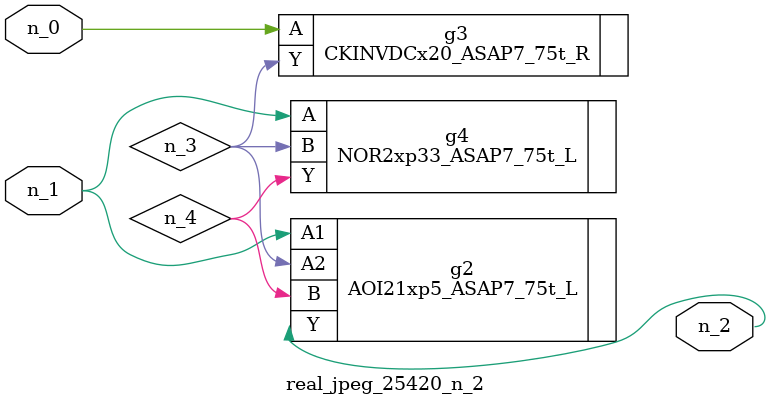
<source format=v>
module real_jpeg_25420_n_2 (n_1, n_0, n_2);

input n_1;
input n_0;

output n_2;

wire n_4;
wire n_3;

CKINVDCx20_ASAP7_75t_R g3 ( 
.A(n_0),
.Y(n_3)
);

AOI21xp5_ASAP7_75t_L g2 ( 
.A1(n_1),
.A2(n_3),
.B(n_4),
.Y(n_2)
);

NOR2xp33_ASAP7_75t_L g4 ( 
.A(n_1),
.B(n_3),
.Y(n_4)
);


endmodule
</source>
